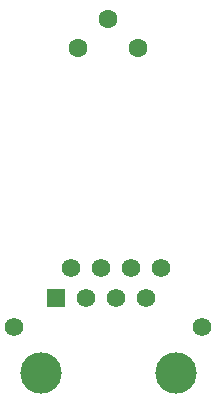
<source format=gbs>
%TF.GenerationSoftware,KiCad,Pcbnew,(6.0.4-0)*%
%TF.CreationDate,2022-07-19T19:10:53-04:00*%
%TF.ProjectId,PhotodiodeTIAVoltageReg,50686f74-6f64-4696-9f64-65544941566f,v01*%
%TF.SameCoordinates,Original*%
%TF.FileFunction,Soldermask,Bot*%
%TF.FilePolarity,Negative*%
%FSLAX46Y46*%
G04 Gerber Fmt 4.6, Leading zero omitted, Abs format (unit mm)*
G04 Created by KiCad (PCBNEW (6.0.4-0)) date 2022-07-19 19:10:53*
%MOMM*%
%LPD*%
G01*
G04 APERTURE LIST*
G04 Aperture macros list*
%AMRoundRect*
0 Rectangle with rounded corners*
0 $1 Rounding radius*
0 $2 $3 $4 $5 $6 $7 $8 $9 X,Y pos of 4 corners*
0 Add a 4 corners polygon primitive as box body*
4,1,4,$2,$3,$4,$5,$6,$7,$8,$9,$2,$3,0*
0 Add four circle primitives for the rounded corners*
1,1,$1+$1,$2,$3*
1,1,$1+$1,$4,$5*
1,1,$1+$1,$6,$7*
1,1,$1+$1,$8,$9*
0 Add four rect primitives between the rounded corners*
20,1,$1+$1,$2,$3,$4,$5,0*
20,1,$1+$1,$4,$5,$6,$7,0*
20,1,$1+$1,$6,$7,$8,$9,0*
20,1,$1+$1,$8,$9,$2,$3,0*%
G04 Aperture macros list end*
%ADD10C,3.500000*%
%ADD11RoundRect,0.050000X-0.739000X-0.739000X0.739000X-0.739000X0.739000X0.739000X-0.739000X0.739000X0*%
%ADD12C,1.578000*%
%ADD13C,1.600000*%
G04 APERTURE END LIST*
D10*
%TO.C,J1*%
X120715000Y-93005000D03*
X109285000Y-93005000D03*
D11*
X110555000Y-86655000D03*
D12*
X111825000Y-84115000D03*
X113095000Y-86655000D03*
X114365000Y-84115000D03*
X115635000Y-86655000D03*
X116905000Y-84115000D03*
X118175000Y-86655000D03*
X119445000Y-84115000D03*
X107065000Y-89115000D03*
X122935000Y-89115000D03*
%TD*%
D13*
%TO.C,U1*%
X112450000Y-65532000D03*
X115000000Y-63032000D03*
X117550000Y-65532000D03*
%TD*%
M02*

</source>
